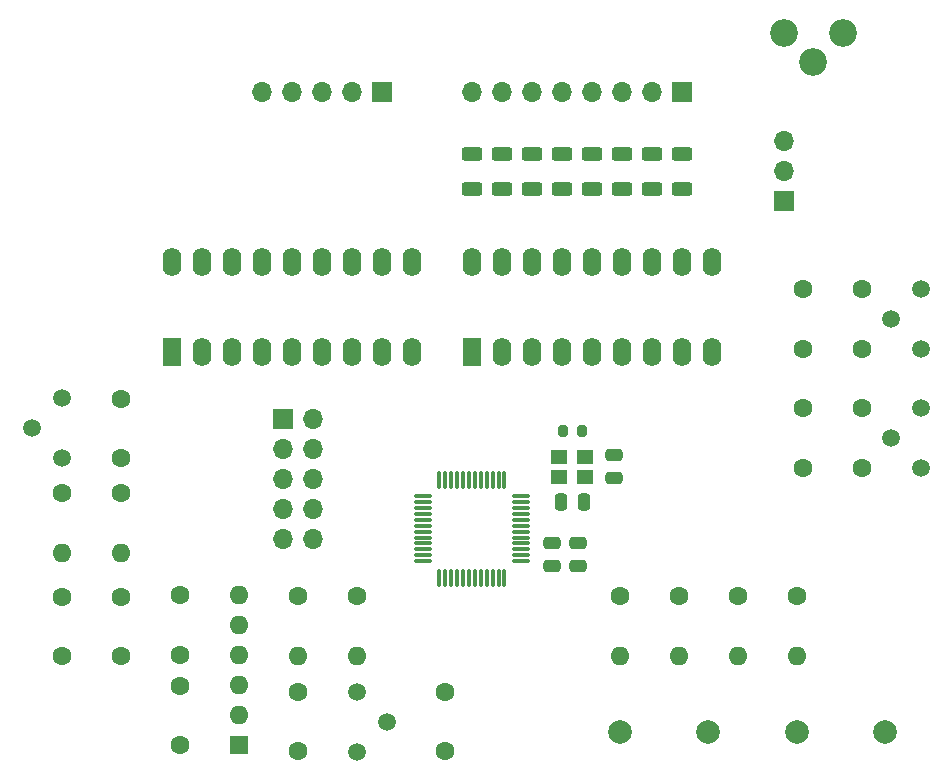
<source format=gts>
G04 #@! TF.GenerationSoftware,KiCad,Pcbnew,(6.0.10)*
G04 #@! TF.CreationDate,2023-06-17T10:05:04+02:00*
G04 #@! TF.ProjectId,Zaehler-Modul,5a616568-6c65-4722-9d4d-6f64756c2e6b,rev?*
G04 #@! TF.SameCoordinates,Original*
G04 #@! TF.FileFunction,Soldermask,Top*
G04 #@! TF.FilePolarity,Negative*
%FSLAX46Y46*%
G04 Gerber Fmt 4.6, Leading zero omitted, Abs format (unit mm)*
G04 Created by KiCad (PCBNEW (6.0.10)) date 2023-06-17 10:05:04*
%MOMM*%
%LPD*%
G01*
G04 APERTURE LIST*
G04 Aperture macros list*
%AMRoundRect*
0 Rectangle with rounded corners*
0 $1 Rounding radius*
0 $2 $3 $4 $5 $6 $7 $8 $9 X,Y pos of 4 corners*
0 Add a 4 corners polygon primitive as box body*
4,1,4,$2,$3,$4,$5,$6,$7,$8,$9,$2,$3,0*
0 Add four circle primitives for the rounded corners*
1,1,$1+$1,$2,$3*
1,1,$1+$1,$4,$5*
1,1,$1+$1,$6,$7*
1,1,$1+$1,$8,$9*
0 Add four rect primitives between the rounded corners*
20,1,$1+$1,$2,$3,$4,$5,0*
20,1,$1+$1,$4,$5,$6,$7,0*
20,1,$1+$1,$6,$7,$8,$9,0*
20,1,$1+$1,$8,$9,$2,$3,0*%
G04 Aperture macros list end*
%ADD10C,1.600000*%
%ADD11O,1.600000X1.600000*%
%ADD12RoundRect,0.075000X0.662500X0.075000X-0.662500X0.075000X-0.662500X-0.075000X0.662500X-0.075000X0*%
%ADD13RoundRect,0.075000X0.075000X0.662500X-0.075000X0.662500X-0.075000X-0.662500X0.075000X-0.662500X0*%
%ADD14C,1.500000*%
%ADD15RoundRect,0.250000X-0.625000X0.312500X-0.625000X-0.312500X0.625000X-0.312500X0.625000X0.312500X0*%
%ADD16RoundRect,0.250000X-0.475000X0.250000X-0.475000X-0.250000X0.475000X-0.250000X0.475000X0.250000X0*%
%ADD17R,1.600000X2.400000*%
%ADD18O,1.600000X2.400000*%
%ADD19R,1.700000X1.700000*%
%ADD20O,1.700000X1.700000*%
%ADD21RoundRect,0.250000X-0.250000X-0.475000X0.250000X-0.475000X0.250000X0.475000X-0.250000X0.475000X0*%
%ADD22C,2.000000*%
%ADD23C,2.340000*%
%ADD24R,1.400000X1.200000*%
%ADD25RoundRect,0.200000X-0.200000X-0.275000X0.200000X-0.275000X0.200000X0.275000X-0.200000X0.275000X0*%
%ADD26R,1.600000X1.600000*%
G04 APERTURE END LIST*
D10*
X40250000Y-81100000D03*
X40250000Y-86100000D03*
X55250000Y-73410000D03*
D11*
X55250000Y-78490000D03*
D12*
X69162500Y-70500000D03*
X69162500Y-70000000D03*
X69162500Y-69500000D03*
X69162500Y-69000000D03*
X69162500Y-68500000D03*
X69162500Y-68000000D03*
X69162500Y-67500000D03*
X69162500Y-67000000D03*
X69162500Y-66500000D03*
X69162500Y-66000000D03*
X69162500Y-65500000D03*
X69162500Y-65000000D03*
D13*
X67750000Y-63587500D03*
X67250000Y-63587500D03*
X66750000Y-63587500D03*
X66250000Y-63587500D03*
X65750000Y-63587500D03*
X65250000Y-63587500D03*
X64750000Y-63587500D03*
X64250000Y-63587500D03*
X63750000Y-63587500D03*
X63250000Y-63587500D03*
X62750000Y-63587500D03*
X62250000Y-63587500D03*
D12*
X60837500Y-65000000D03*
X60837500Y-65500000D03*
X60837500Y-66000000D03*
X60837500Y-66500000D03*
X60837500Y-67000000D03*
X60837500Y-67500000D03*
X60837500Y-68000000D03*
X60837500Y-68500000D03*
X60837500Y-69000000D03*
X60837500Y-69500000D03*
X60837500Y-70000000D03*
X60837500Y-70500000D03*
D13*
X62250000Y-71912500D03*
X62750000Y-71912500D03*
X63250000Y-71912500D03*
X63750000Y-71912500D03*
X64250000Y-71912500D03*
X64750000Y-71912500D03*
X65250000Y-71912500D03*
X65750000Y-71912500D03*
X66250000Y-71912500D03*
X66750000Y-71912500D03*
X67250000Y-71912500D03*
X67750000Y-71912500D03*
D10*
X98000000Y-47420000D03*
X93000000Y-47420000D03*
D14*
X103000000Y-62580000D03*
X100460000Y-60040000D03*
X103000000Y-57500000D03*
D15*
X82780000Y-36037500D03*
X82780000Y-38962500D03*
D10*
X50250000Y-81540000D03*
X50250000Y-86540000D03*
D16*
X74000000Y-69000000D03*
X74000000Y-70900000D03*
D15*
X75160000Y-36037500D03*
X75160000Y-38962500D03*
D10*
X35250000Y-73500000D03*
X35250000Y-78500000D03*
D17*
X65000000Y-52750000D03*
D18*
X67540000Y-52750000D03*
X70080000Y-52750000D03*
X72620000Y-52750000D03*
X75160000Y-52750000D03*
X77700000Y-52750000D03*
X80240000Y-52750000D03*
X82780000Y-52750000D03*
X85320000Y-52750000D03*
X85320000Y-45130000D03*
X82780000Y-45130000D03*
X80240000Y-45130000D03*
X77700000Y-45130000D03*
X75160000Y-45130000D03*
X72620000Y-45130000D03*
X70080000Y-45130000D03*
X67540000Y-45130000D03*
X65000000Y-45130000D03*
D19*
X91390000Y-40025000D03*
D20*
X91390000Y-37485000D03*
X91390000Y-34945000D03*
D14*
X55250000Y-81540000D03*
X57790000Y-84080000D03*
X55250000Y-86620000D03*
D10*
X98000000Y-62580000D03*
X93000000Y-62580000D03*
X40250000Y-73400000D03*
X40250000Y-78400000D03*
D19*
X48975000Y-58425000D03*
D20*
X51515000Y-58425000D03*
X48975000Y-60965000D03*
X51515000Y-60965000D03*
X48975000Y-63505000D03*
X51515000Y-63505000D03*
X48975000Y-66045000D03*
X51515000Y-66045000D03*
X48975000Y-68585000D03*
X51515000Y-68585000D03*
D19*
X82780000Y-30750000D03*
D20*
X80240000Y-30750000D03*
X77700000Y-30750000D03*
X75160000Y-30750000D03*
X72620000Y-30750000D03*
X70080000Y-30750000D03*
X67540000Y-30750000D03*
X65000000Y-30750000D03*
D16*
X71750000Y-69000000D03*
X71750000Y-70900000D03*
D21*
X72550000Y-65500000D03*
X74450000Y-65500000D03*
D15*
X65000000Y-36037500D03*
X65000000Y-38962500D03*
X67540000Y-36037500D03*
X67540000Y-38962500D03*
D22*
X85000000Y-85000000D03*
D10*
X82500000Y-73410000D03*
D11*
X82500000Y-78490000D03*
D15*
X70080000Y-36037500D03*
X70080000Y-38962500D03*
X77700000Y-36037500D03*
X77700000Y-38962500D03*
D19*
X57380000Y-30750000D03*
D20*
X54840000Y-30750000D03*
X52300000Y-30750000D03*
X49760000Y-30750000D03*
X47220000Y-30750000D03*
D22*
X100000000Y-85000000D03*
D23*
X96390000Y-25750000D03*
X93890000Y-28250000D03*
X91390000Y-25750000D03*
D17*
X39600000Y-52750000D03*
D18*
X42140000Y-52750000D03*
X44680000Y-52750000D03*
X47220000Y-52750000D03*
X49760000Y-52750000D03*
X52300000Y-52750000D03*
X54840000Y-52750000D03*
X57380000Y-52750000D03*
X59920000Y-52750000D03*
X59920000Y-45130000D03*
X57380000Y-45130000D03*
X54840000Y-45130000D03*
X52300000Y-45130000D03*
X49760000Y-45130000D03*
X47220000Y-45130000D03*
X44680000Y-45130000D03*
X42140000Y-45130000D03*
X39600000Y-45130000D03*
D10*
X98000000Y-57500000D03*
X93000000Y-57500000D03*
X87500000Y-73410000D03*
D11*
X87500000Y-78490000D03*
D24*
X72400000Y-63350000D03*
X74600000Y-63350000D03*
X74600000Y-61650000D03*
X72400000Y-61650000D03*
D10*
X35250000Y-56750000D03*
X35250000Y-61750000D03*
X98000000Y-52500000D03*
X93000000Y-52500000D03*
D15*
X80240000Y-36037500D03*
X80240000Y-38962500D03*
X72620000Y-36037500D03*
X72620000Y-38962500D03*
D10*
X30250000Y-73500000D03*
X30250000Y-78500000D03*
X50250000Y-73410000D03*
D11*
X50250000Y-78490000D03*
D10*
X92500000Y-73410000D03*
D11*
X92500000Y-78490000D03*
D10*
X77500000Y-73410000D03*
D11*
X77500000Y-78490000D03*
D10*
X62750000Y-81540000D03*
X62750000Y-86540000D03*
X35250000Y-64735000D03*
D11*
X35250000Y-69815000D03*
D25*
X72675000Y-59500000D03*
X74325000Y-59500000D03*
D26*
X45250000Y-86100000D03*
D11*
X45250000Y-83560000D03*
X45250000Y-81020000D03*
X45250000Y-78480000D03*
X45250000Y-75940000D03*
X45250000Y-73400000D03*
D22*
X77500000Y-85000000D03*
X92500000Y-85000000D03*
D10*
X30250000Y-64735000D03*
D11*
X30250000Y-69815000D03*
D14*
X103000000Y-52500000D03*
X100460000Y-49960000D03*
X103000000Y-47420000D03*
X30250000Y-61735000D03*
X27710000Y-59195000D03*
X30250000Y-56655000D03*
D16*
X77000000Y-61550000D03*
X77000000Y-63450000D03*
M02*

</source>
